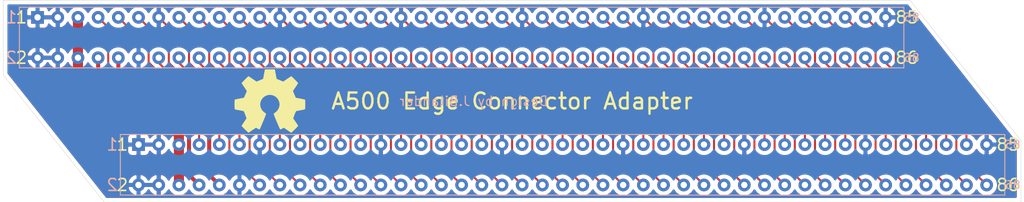
<source format=kicad_pcb>
(kicad_pcb (version 20171130) (host pcbnew "(5.1.6-0)")
  (layers (0 F.Cu signal) (31 B.Cu signal) (34 B.Paste user) (35 F.Paste user) (36 B.SilkS user) (37 F.SilkS user) (38 B.Mask user) (39 F.Mask user) (44 Edge.Cuts user))
  (net 0 "")
  (net 1 GND)
  (net 2 IPL1)
  (net 3 IPL0)
  (net 4 +5VDC)
  (net 5 A12)
  (net 6 A11)
  (net 7 A10)
  (net 8 CFGOUT)
  (net 9 A9)
  (net 10 A8)
  (net 11 CDAC)
  (net 12 A7)
  (net 13 OVR)
  (net 14 A3)
  (net 15 INT2)
  (net 16 A4)
  (net 17 A5)
  (net 18 INT6)
  (net 19 A6)
  (net 20 BOSS)
  (net 21 XRDY)
  (net 22 A2)
  (net 23 A1)
  (net 24 FC0)
  (net 25 FC1)
  (net 26 +12VDC)
  (net 27 FC2)
  (net 28 A13)
  (net 29 A14)
  (net 30 A15)
  (net 31 A16)
  (net 32 D4)
  (net 33 A17)
  (net 34 D3)
  (net 35 D2)
  (net 36 VMA)
  (net 37 D1)
  (net 38 RST)
  (net 39 D0)
  (net 40 HLT)
  (net 41 A22)
  (net 42 D11)
  (net 43 A23)
  (net 44 D12)
  (net 45 D13)
  (net 46 D15)
  (net 47 D14)
  (net 48 IPL2)
  (net 49 D5)
  (net 50 BERR)
  (net 51 D6)
  (net 52 VPA)
  (net 53 D7)
  (net 54 E)
  (net 55 D8)
  (net 56 A18)
  (net 57 D9)
  (net 58 A19)
  (net 59 D10)
  (net 60 A20)
  (net 61 AS)
  (net 62 A21)
  (net 63 UDS)
  (net 64 BR)
  (net 65 LDS)
  (net 66 BGACK)
  (net 67 RW)
  (net 68 BG)
  (net 69 DTACK)
  (net 70 -12VDC)
  (net 71 CLK7M)
  (net 72 CLK28M)
  (net 73 CCK)
  (net 74 CCKQ)
  (module A500_86pin_internal_adapter:DIP-86_even_odd_W5.08mm (layer F.Cu) (at 200.358 80.32 90)
    (fp_text reference J2 hide)
    (fp_text value Conn_2Rows-86Pins_even_odd hide)
    (pad 66 thru_hole oval (at -2.54 27.94 90) (size 1.6 1.6) (drill 0.8) (layers *.Cu *.Mask) (net 69 DTACK))
    (pad 64 thru_hole oval (at -2.54 25.4 90) (size 1.6 1.6) (drill 0.8) (layers *.Cu *.Mask) (net 68 BG))
    (pad 68 thru_hole oval (at -2.54 30.48 90) (size 1.6 1.6) (drill 0.8) (layers *.Cu *.Mask) (net 67 RW))
    (pad 62 thru_hole oval (at -2.54 22.86 90) (size 1.6 1.6) (drill 0.8) (layers *.Cu *.Mask) (net 66 BGACK))
    (pad 70 thru_hole oval (at -2.54 33.02 90) (size 1.6 1.6) (drill 0.8) (layers *.Cu *.Mask) (net 65 LDS))
    (pad 60 thru_hole oval (at -2.54 20.32 90) (size 1.6 1.6) (drill 0.8) (layers *.Cu *.Mask) (net 64 BR))
    (pad 72 thru_hole oval (at -2.54 35.56 90) (size 1.6 1.6) (drill 0.8) (layers *.Cu *.Mask) (net 63 UDS))
    (pad 58 thru_hole oval (at -2.54 17.78 90) (size 1.6 1.6) (drill 0.8) (layers *.Cu *.Mask) (net 62 A21))
    (pad 74 thru_hole oval (at -2.54 38.1 90) (size 1.6 1.6) (drill 0.8) (layers *.Cu *.Mask) (net 61 AS))
    (pad 56 thru_hole oval (at -2.54 15.24 90) (size 1.6 1.6) (drill 0.8) (layers *.Cu *.Mask) (net 60 A20))
    (pad 76 thru_hole oval (at -2.54 40.64 90) (size 1.6 1.6) (drill 0.8) (layers *.Cu *.Mask) (net 59 D10))
    (pad 54 thru_hole oval (at -2.54 12.7 90) (size 1.6 1.6) (drill 0.8) (layers *.Cu *.Mask) (net 58 A19))
    (pad 78 thru_hole oval (at -2.54 43.18 90) (size 1.6 1.6) (drill 0.8) (layers *.Cu *.Mask) (net 57 D9))
    (pad 52 thru_hole oval (at -2.54 10.16 90) (size 1.6 1.6) (drill 0.8) (layers *.Cu *.Mask) (net 56 A18))
    (pad 80 thru_hole oval (at -2.54 45.72 90) (size 1.6 1.6) (drill 0.8) (layers *.Cu *.Mask) (net 55 D8))
    (pad 50 thru_hole oval (at -2.54 7.62 90) (size 1.6 1.6) (drill 0.8) (layers *.Cu *.Mask) (net 54 E))
    (pad 82 thru_hole oval (at -2.54 48.26 90) (size 1.6 1.6) (drill 0.8) (layers *.Cu *.Mask) (net 53 D7))
    (pad 48 thru_hole oval (at -2.54 5.08 90) (size 1.6 1.6) (drill 0.8) (layers *.Cu *.Mask) (net 52 VPA))
    (pad 84 thru_hole oval (at -2.54 50.8 90) (size 1.6 1.6) (drill 0.8) (layers *.Cu *.Mask) (net 51 D6))
    (pad 46 thru_hole oval (at -2.54 2.54 90) (size 1.6 1.6) (drill 0.8) (layers *.Cu *.Mask) (net 50 BERR))
    (pad 86 thru_hole oval (at -2.54 53.34 90) (size 1.6 1.6) (drill 0.8) (layers *.Cu *.Mask) (net 49 D5))
    (pad 44 thru_hole oval (at -2.54 0 90) (size 1.6 1.6) (drill 0.8) (layers *.Cu *.Mask) (net 48 IPL2))
    (pad 65 thru_hole oval (at 2.54 27.94 90) (size 1.6 1.6) (drill 0.8) (layers *.Cu *.Mask) (net 47 D14))
    (pad 63 thru_hole oval (at 2.54 25.4 90) (size 1.6 1.6) (drill 0.8) (layers *.Cu *.Mask) (net 46 D15))
    (pad 67 thru_hole oval (at 2.54 30.48 90) (size 1.6 1.6) (drill 0.8) (layers *.Cu *.Mask) (net 45 D13))
    (pad 61 thru_hole oval (at 2.54 22.86 90) (size 1.6 1.6) (drill 0.8) (layers *.Cu *.Mask) (net 1 GND))
    (pad 69 thru_hole oval (at 2.54 33.02 90) (size 1.6 1.6) (drill 0.8) (layers *.Cu *.Mask) (net 44 D12))
    (pad 59 thru_hole oval (at 2.54 20.32 90) (size 1.6 1.6) (drill 0.8) (layers *.Cu *.Mask) (net 43 A23))
    (pad 71 thru_hole oval (at 2.54 35.56 90) (size 1.6 1.6) (drill 0.8) (layers *.Cu *.Mask) (net 42 D11))
    (pad 57 thru_hole oval (at 2.54 17.78 90) (size 1.6 1.6) (drill 0.8) (layers *.Cu *.Mask) (net 41 A22))
    (pad 73 thru_hole oval (at 2.54 38.1 90) (size 1.6 1.6) (drill 0.8) (layers *.Cu *.Mask) (net 1 GND))
    (pad 55 thru_hole oval (at 2.54 15.24 90) (size 1.6 1.6) (drill 0.8) (layers *.Cu *.Mask) (net 40 HLT))
    (pad 75 thru_hole oval (at 2.54 40.64 90) (size 1.6 1.6) (drill 0.8) (layers *.Cu *.Mask) (net 39 D0))
    (pad 53 thru_hole oval (at 2.54 12.7 90) (size 1.6 1.6) (drill 0.8) (layers *.Cu *.Mask) (net 38 RST))
    (pad 77 thru_hole oval (at 2.54 43.18 90) (size 1.6 1.6) (drill 0.8) (layers *.Cu *.Mask) (net 37 D1))
    (pad 51 thru_hole oval (at 2.54 10.16 90) (size 1.6 1.6) (drill 0.8) (layers *.Cu *.Mask) (net 36 VMA))
    (pad 79 thru_hole oval (at 2.54 45.72 90) (size 1.6 1.6) (drill 0.8) (layers *.Cu *.Mask) (net 35 D2))
    (pad 49 thru_hole oval (at 2.54 7.62 90) (size 1.6 1.6) (drill 0.8) (layers *.Cu *.Mask) (net 1 GND))
    (pad 81 thru_hole oval (at 2.54 48.26 90) (size 1.6 1.6) (drill 0.8) (layers *.Cu *.Mask) (net 34 D3))
    (pad 47 thru_hole oval (at 2.54 5.08 90) (size 1.6 1.6) (drill 0.8) (layers *.Cu *.Mask) (net 33 A17))
    (pad 83 thru_hole oval (at 2.54 50.8 90) (size 1.6 1.6) (drill 0.8) (layers *.Cu *.Mask) (net 32 D4))
    (pad 45 thru_hole oval (at 2.54 2.54 90) (size 1.6 1.6) (drill 0.8) (layers *.Cu *.Mask) (net 31 A16))
    (pad 85 thru_hole oval (at 2.54 53.34 90) (size 1.6 1.6) (drill 0.8) (layers *.Cu *.Mask) (net 1 GND))
    (pad 43 thru_hole oval (at 2.54 0 90) (size 1.6 1.6) (drill 0.8) (layers *.Cu *.Mask) (net 30 A15))
    (pad 2 thru_hole oval (at -2.54 -53.34 90) (size 1.6 1.6) (drill 0.8) (layers *.Cu *.Mask) (net 1 GND))
    (pad 41 thru_hole oval (at 2.54 -2.54 90) (size 1.6 1.6) (drill 0.8) (layers *.Cu *.Mask) (net 29 A14))
    (pad 4 thru_hole oval (at -2.54 -50.8 90) (size 1.6 1.6) (drill 0.8) (layers *.Cu *.Mask) (net 1 GND))
    (pad 39 thru_hole oval (at 2.54 -5.08 90) (size 1.6 1.6) (drill 0.8) (layers *.Cu *.Mask) (net 28 A13))
    (pad 6 thru_hole oval (at -2.54 -48.26 90) (size 1.6 1.6) (drill 0.8) (layers *.Cu *.Mask) (net 4 +5VDC))
    (pad 37 thru_hole oval (at 2.54 -7.62 90) (size 1.6 1.6) (drill 0.8) (layers *.Cu *.Mask) (net 1 GND))
    (pad 8 thru_hole oval (at -2.54 -45.72 90) (size 1.6 1.6) (drill 0.8) (layers *.Cu *.Mask) (net 70 -12VDC))
    (pad 35 thru_hole oval (at 2.54 -10.16 90) (size 1.6 1.6) (drill 0.8) (layers *.Cu *.Mask) (net 27 FC2))
    (pad 10 thru_hole oval (at -2.54 -43.18 90) (size 1.6 1.6) (drill 0.8) (layers *.Cu *.Mask) (net 26 +12VDC))
    (pad 33 thru_hole oval (at 2.54 -12.7 90) (size 1.6 1.6) (drill 0.8) (layers *.Cu *.Mask) (net 25 FC1))
    (pad 12 thru_hole oval (at -2.54 -40.64 90) (size 1.6 1.6) (drill 0.8) (layers *.Cu *.Mask) (net 1 GND))
    (pad 31 thru_hole oval (at 2.54 -15.24 90) (size 1.6 1.6) (drill 0.8) (layers *.Cu *.Mask) (net 24 FC0))
    (pad 14 thru_hole oval (at -2.54 -38.1 90) (size 1.6 1.6) (drill 0.8) (layers *.Cu *.Mask) (net 74 CCKQ))
    (pad 29 thru_hole oval (at 2.54 -17.78 90) (size 1.6 1.6) (drill 0.8) (layers *.Cu *.Mask) (net 23 A1))
    (pad 16 thru_hole oval (at -2.54 -35.56 90) (size 1.6 1.6) (drill 0.8) (layers *.Cu *.Mask) (net 73 CCK))
    (pad 27 thru_hole oval (at 2.54 -20.32 90) (size 1.6 1.6) (drill 0.8) (layers *.Cu *.Mask) (net 22 A2))
    (pad 18 thru_hole oval (at -2.54 -33.02 90) (size 1.6 1.6) (drill 0.8) (layers *.Cu *.Mask) (net 21 XRDY))
    (pad 25 thru_hole oval (at 2.54 -22.86 90) (size 1.6 1.6) (drill 0.8) (layers *.Cu *.Mask) (net 1 GND))
    (pad 20 thru_hole oval (at -2.54 -30.48 90) (size 1.6 1.6) (drill 0.8) (layers *.Cu *.Mask) (net 20 BOSS))
    (pad 23 thru_hole oval (at 2.54 -25.4 90) (size 1.6 1.6) (drill 0.8) (layers *.Cu *.Mask) (net 19 A6))
    (pad 22 thru_hole oval (at -2.54 -27.94 90) (size 1.6 1.6) (drill 0.8) (layers *.Cu *.Mask) (net 18 INT6))
    (pad 21 thru_hole oval (at 2.54 -27.94 90) (size 1.6 1.6) (drill 0.8) (layers *.Cu *.Mask) (net 17 A5))
    (pad 24 thru_hole oval (at -2.54 -25.4 90) (size 1.6 1.6) (drill 0.8) (layers *.Cu *.Mask) (net 16 A4))
    (pad 19 thru_hole oval (at 2.54 -30.48 90) (size 1.6 1.6) (drill 0.8) (layers *.Cu *.Mask) (net 15 INT2))
    (pad 26 thru_hole oval (at -2.54 -22.86 90) (size 1.6 1.6) (drill 0.8) (layers *.Cu *.Mask) (net 14 A3))
    (pad 17 thru_hole oval (at 2.54 -33.02 90) (size 1.6 1.6) (drill 0.8) (layers *.Cu *.Mask) (net 13 OVR))
    (pad 28 thru_hole oval (at -2.54 -20.32 90) (size 1.6 1.6) (drill 0.8) (layers *.Cu *.Mask) (net 12 A7))
    (pad 15 thru_hole oval (at 2.54 -35.56 90) (size 1.6 1.6) (drill 0.8) (layers *.Cu *.Mask) (net 11 CDAC))
    (pad 30 thru_hole oval (at -2.54 -17.78 90) (size 1.6 1.6) (drill 0.8) (layers *.Cu *.Mask) (net 10 A8))
    (pad 13 thru_hole oval (at 2.54 -38.1 90) (size 1.6 1.6) (drill 0.8) (layers *.Cu *.Mask) (net 1 GND))
    (pad 32 thru_hole oval (at -2.54 -15.24 90) (size 1.6 1.6) (drill 0.8) (layers *.Cu *.Mask) (net 9 A9))
    (pad 11 thru_hole oval (at 2.54 -40.64 90) (size 1.6 1.6) (drill 0.8) (layers *.Cu *.Mask) (net 8 CFGOUT))
    (pad 34 thru_hole oval (at -2.54 -12.7 90) (size 1.6 1.6) (drill 0.8) (layers *.Cu *.Mask) (net 7 A10))
    (pad 9 thru_hole oval (at 2.54 -43.18 90) (size 1.6 1.6) (drill 0.8) (layers *.Cu *.Mask) (net 72 CLK28M))
    (pad 36 thru_hole oval (at -2.54 -10.16 90) (size 1.6 1.6) (drill 0.8) (layers *.Cu *.Mask) (net 6 A11))
    (pad 7 thru_hole oval (at 2.54 -45.72 90) (size 1.6 1.6) (drill 0.8) (layers *.Cu *.Mask) (net 71 CLK7M))
    (pad 38 thru_hole oval (at -2.54 -7.62 90) (size 1.6 1.6) (drill 0.8) (layers *.Cu *.Mask) (net 5 A12))
    (pad 5 thru_hole oval (at 2.54 -48.26 90) (size 1.6 1.6) (drill 0.8) (layers *.Cu *.Mask) (net 4 +5VDC))
    (pad 40 thru_hole oval (at -2.54 -5.08 90) (size 1.6 1.6) (drill 0.8) (layers *.Cu *.Mask) (net 3 IPL0))
    (pad 3 thru_hole oval (at 2.54 -50.8 90) (size 1.6 1.6) (drill 0.8) (layers *.Cu *.Mask) (net 1 GND))
    (pad 42 thru_hole oval (at -2.54 -2.54 90) (size 1.6 1.6) (drill 0.8) (layers *.Cu *.Mask) (net 2 IPL1))
    (pad 1 thru_hole rect (at 2.54 -53.34 90) (size 1.6 1.6) (drill 0.8) (layers *.Cu *.Mask) (net 1 GND))
  )
  (module A500_86pin_internal_adapter:DIP-86_even_odd_W5.08mm (layer F.Cu) (at 187.658 64.318 90)
    (fp_text reference J1 hide)
    (fp_text value Conn_2Rows-86Pins_even_odd hide)
    (pad 66 thru_hole oval (at -2.54 27.94 90) (size 1.6 1.6) (drill 0.8) (layers *.Cu *.Mask) (net 69 DTACK))
    (pad 64 thru_hole oval (at -2.54 25.4 90) (size 1.6 1.6) (drill 0.8) (layers *.Cu *.Mask) (net 68 BG))
    (pad 68 thru_hole oval (at -2.54 30.48 90) (size 1.6 1.6) (drill 0.8) (layers *.Cu *.Mask) (net 67 RW))
    (pad 62 thru_hole oval (at -2.54 22.86 90) (size 1.6 1.6) (drill 0.8) (layers *.Cu *.Mask) (net 66 BGACK))
    (pad 70 thru_hole oval (at -2.54 33.02 90) (size 1.6 1.6) (drill 0.8) (layers *.Cu *.Mask) (net 65 LDS))
    (pad 60 thru_hole oval (at -2.54 20.32 90) (size 1.6 1.6) (drill 0.8) (layers *.Cu *.Mask) (net 64 BR))
    (pad 72 thru_hole oval (at -2.54 35.56 90) (size 1.6 1.6) (drill 0.8) (layers *.Cu *.Mask) (net 63 UDS))
    (pad 58 thru_hole oval (at -2.54 17.78 90) (size 1.6 1.6) (drill 0.8) (layers *.Cu *.Mask) (net 62 A21))
    (pad 74 thru_hole oval (at -2.54 38.1 90) (size 1.6 1.6) (drill 0.8) (layers *.Cu *.Mask) (net 61 AS))
    (pad 56 thru_hole oval (at -2.54 15.24 90) (size 1.6 1.6) (drill 0.8) (layers *.Cu *.Mask) (net 60 A20))
    (pad 76 thru_hole oval (at -2.54 40.64 90) (size 1.6 1.6) (drill 0.8) (layers *.Cu *.Mask) (net 59 D10))
    (pad 54 thru_hole oval (at -2.54 12.7 90) (size 1.6 1.6) (drill 0.8) (layers *.Cu *.Mask) (net 58 A19))
    (pad 78 thru_hole oval (at -2.54 43.18 90) (size 1.6 1.6) (drill 0.8) (layers *.Cu *.Mask) (net 57 D9))
    (pad 52 thru_hole oval (at -2.54 10.16 90) (size 1.6 1.6) (drill 0.8) (layers *.Cu *.Mask) (net 56 A18))
    (pad 80 thru_hole oval (at -2.54 45.72 90) (size 1.6 1.6) (drill 0.8) (layers *.Cu *.Mask) (net 55 D8))
    (pad 50 thru_hole oval (at -2.54 7.62 90) (size 1.6 1.6) (drill 0.8) (layers *.Cu *.Mask) (net 54 E))
    (pad 82 thru_hole oval (at -2.54 48.26 90) (size 1.6 1.6) (drill 0.8) (layers *.Cu *.Mask) (net 53 D7))
    (pad 48 thru_hole oval (at -2.54 5.08 90) (size 1.6 1.6) (drill 0.8) (layers *.Cu *.Mask) (net 52 VPA))
    (pad 84 thru_hole oval (at -2.54 50.8 90) (size 1.6 1.6) (drill 0.8) (layers *.Cu *.Mask) (net 51 D6))
    (pad 46 thru_hole oval (at -2.54 2.54 90) (size 1.6 1.6) (drill 0.8) (layers *.Cu *.Mask) (net 50 BERR))
    (pad 86 thru_hole oval (at -2.54 53.34 90) (size 1.6 1.6) (drill 0.8) (layers *.Cu *.Mask) (net 49 D5))
    (pad 44 thru_hole oval (at -2.54 0 90) (size 1.6 1.6) (drill 0.8) (layers *.Cu *.Mask) (net 48 IPL2))
    (pad 65 thru_hole oval (at 2.54 27.94 90) (size 1.6 1.6) (drill 0.8) (layers *.Cu *.Mask) (net 47 D14))
    (pad 63 thru_hole oval (at 2.54 25.4 90) (size 1.6 1.6) (drill 0.8) (layers *.Cu *.Mask) (net 46 D15))
    (pad 67 thru_hole oval (at 2.54 30.48 90) (size 1.6 1.6) (drill 0.8) (layers *.Cu *.Mask) (net 45 D13))
    (pad 61 thru_hole oval (at 2.54 22.86 90) (size 1.6 1.6) (drill 0.8) (layers *.Cu *.Mask) (net 1 GND))
    (pad 69 thru_hole oval (at 2.54 33.02 90) (size 1.6 1.6) (drill 0.8) (layers *.Cu *.Mask) (net 44 D12))
    (pad 59 thru_hole oval (at 2.54 20.32 90) (size 1.6 1.6) (drill 0.8) (layers *.Cu *.Mask) (net 43 A23))
    (pad 71 thru_hole oval (at 2.54 35.56 90) (size 1.6 1.6) (drill 0.8) (layers *.Cu *.Mask) (net 42 D11))
    (pad 57 thru_hole oval (at 2.54 17.78 90) (size 1.6 1.6) (drill 0.8) (layers *.Cu *.Mask) (net 41 A22))
    (pad 73 thru_hole oval (at 2.54 38.1 90) (size 1.6 1.6) (drill 0.8) (layers *.Cu *.Mask) (net 1 GND))
    (pad 55 thru_hole oval (at 2.54 15.24 90) (size 1.6 1.6) (drill 0.8) (layers *.Cu *.Mask) (net 40 HLT))
    (pad 75 thru_hole oval (at 2.54 40.64 90) (size 1.6 1.6) (drill 0.8) (layers *.Cu *.Mask) (net 39 D0))
    (pad 53 thru_hole oval (at 2.54 12.7 90) (size 1.6 1.6) (drill 0.8) (layers *.Cu *.Mask) (net 38 RST))
    (pad 77 thru_hole oval (at 2.54 43.18 90) (size 1.6 1.6) (drill 0.8) (layers *.Cu *.Mask) (net 37 D1))
    (pad 51 thru_hole oval (at 2.54 10.16 90) (size 1.6 1.6) (drill 0.8) (layers *.Cu *.Mask) (net 36 VMA))
    (pad 79 thru_hole oval (at 2.54 45.72 90) (size 1.6 1.6) (drill 0.8) (layers *.Cu *.Mask) (net 35 D2))
    (pad 49 thru_hole oval (at 2.54 7.62 90) (size 1.6 1.6) (drill 0.8) (layers *.Cu *.Mask) (net 1 GND))
    (pad 81 thru_hole oval (at 2.54 48.26 90) (size 1.6 1.6) (drill 0.8) (layers *.Cu *.Mask) (net 34 D3))
    (pad 47 thru_hole oval (at 2.54 5.08 90) (size 1.6 1.6) (drill 0.8) (layers *.Cu *.Mask) (net 33 A17))
    (pad 83 thru_hole oval (at 2.54 50.8 90) (size 1.6 1.6) (drill 0.8) (layers *.Cu *.Mask) (net 32 D4))
    (pad 45 thru_hole oval (at 2.54 2.54 90) (size 1.6 1.6) (drill 0.8) (layers *.Cu *.Mask) (net 31 A16))
    (pad 85 thru_hole oval (at 2.54 53.34 90) (size 1.6 1.6) (drill 0.8) (layers *.Cu *.Mask) (net 1 GND))
    (pad 43 thru_hole oval (at 2.54 0 90) (size 1.6 1.6) (drill 0.8) (layers *.Cu *.Mask) (net 30 A15))
    (pad 2 thru_hole oval (at -2.54 -53.34 90) (size 1.6 1.6) (drill 0.8) (layers *.Cu *.Mask) (net 1 GND))
    (pad 41 thru_hole oval (at 2.54 -2.54 90) (size 1.6 1.6) (drill 0.8) (layers *.Cu *.Mask) (net 29 A14))
    (pad 4 thru_hole oval (at -2.54 -50.8 90) (size 1.6 1.6) (drill 0.8) (layers *.Cu *.Mask) (net 1 GND))
    (pad 39 thru_hole oval (at 2.54 -5.08 90) (size 1.6 1.6) (drill 0.8) (layers *.Cu *.Mask) (net 28 A13))
    (pad 6 thru_hole oval (at -2.54 -48.26 90) (size 1.6 1.6) (drill 0.8) (layers *.Cu *.Mask) (net 4 +5VDC))
    (pad 37 thru_hole oval (at 2.54 -7.62 90) (size 1.6 1.6) (drill 0.8) (layers *.Cu *.Mask) (net 1 GND))
    (pad 8 thru_hole oval (at -2.54 -45.72 90) (size 1.6 1.6) (drill 0.8) (layers *.Cu *.Mask) (net 70 -12VDC))
    (pad 35 thru_hole oval (at 2.54 -10.16 90) (size 1.6 1.6) (drill 0.8) (layers *.Cu *.Mask) (net 27 FC2))
    (pad 10 thru_hole oval (at -2.54 -43.18 90) (size 1.6 1.6) (drill 0.8) (layers *.Cu *.Mask) (net 26 +12VDC))
    (pad 33 thru_hole oval (at 2.54 -12.7 90) (size 1.6 1.6) (drill 0.8) (layers *.Cu *.Mask) (net 25 FC1))
    (pad 12 thru_hole oval (at -2.54 -40.64 90) (size 1.6 1.6) (drill 0.8) (layers *.Cu *.Mask) (net 1 GND))
    (pad 31 thru_hole oval (at 2.54 -15.24 90) (size 1.6 1.6) (drill 0.8) (layers *.Cu *.Mask) (net 24 FC0))
    (pad 14 thru_hole oval (at -2.54 -38.1 90) (size 1.6 1.6) (drill 0.8) (layers *.Cu *.Mask) (net 74 CCKQ))
    (pad 29 thru_hole oval (at 2.54 -17.78 90) (size 1.6 1.6) (drill 0.8) (layers *.Cu *.Mask) (net 23 A1))
    (pad 16 thru_hole oval (at -2.54 -35.56 90) (size 1.6 1.6) (drill 0.8) (layers *.Cu *.Mask) (net 73 CCK))
    (pad 27 thru_hole oval (at 2.54 -20.32 90) (size 1.6 1.6) (drill 0.8) (layers *.Cu *.Mask) (net 22 A2))
    (pad 18 thru_hole oval (at -2.54 -33.02 90) (size 1.6 1.6) (drill 0.8) (layers *.Cu *.Mask) (net 21 XRDY))
    (pad 25 thru_hole oval (at 2.54 -22.86 90) (size 1.6 1.6) (drill 0.8) (layers *.Cu *.Mask) (net 1 GND))
    (pad 20 thru_hole oval (at -2.54 -30.48 90) (size 1.6 1.6) (drill 0.8) (layers *.Cu *.Mask) (net 20 BOSS))
    (pad 23 thru_hole oval (at 2.54 -25.4 90) (size 1.6 1.6) (drill 0.8) (layers *.Cu *.Mask) (net 19 A6))
    (pad 22 thru_hole oval (at -2.54 -27.94 90) (size 1.6 1.6) (drill 0.8) (layers *.Cu *.Mask) (net 18 INT6))
    (pad 21 thru_hole oval (at 2.54 -27.94 90) (size 1.6 1.6) (drill 0.8) (layers *.Cu *.Mask) (net 17 A5))
    (pad 24 thru_hole oval (at -2.54 -25.4 90) (size 1.6 1.6) (drill 0.8) (layers *.Cu *.Mask) (net 16 A4))
    (pad 19 thru_hole oval (at 2.54 -30.48 90) (size 1.6 1.6) (drill 0.8) (layers *.Cu *.Mask) (net 15 INT2))
    (pad 26 thru_hole oval (at -2.54 -22.86 90) (size 1.6 1.6) (drill 0.8) (layers *.Cu *.Mask) (net 14 A3))
    (pad 17 thru_hole oval (at 2.54 -33.02 90) (size 1.6 1.6) (drill 0.8) (layers *.Cu *.Mask) (net 13 OVR))
    (pad 28 thru_hole oval (at -2.54 -20.32 90) (size 1.6 1.6) (drill 0.8) (layers *.Cu *.Mask) (net 12 A7))
    (pad 15 thru_hole oval (at 2.54 -35.56 90) (size 1.6 1.6) (drill 0.8) (layers *.Cu *.Mask) (net 11 CDAC))
    (pad 30 thru_hole oval (at -2.54 -17.78 90) (size 1.6 1.6) (drill 0.8) (layers *.Cu *.Mask) (net 10 A8))
    (pad 13 thru_hole oval (at 2.54 -38.1 90) (size 1.6 1.6) (drill 0.8) (layers *.Cu *.Mask) (net 1 GND))
    (pad 32 thru_hole oval (at -2.54 -15.24 90) (size 1.6 1.6) (drill 0.8) (layers *.Cu *.Mask) (net 9 A9))
    (pad 11 thru_hole oval (at 2.54 -40.64 90) (size 1.6 1.6) (drill 0.8) (layers *.Cu *.Mask) (net 8 CFGOUT))
    (pad 34 thru_hole oval (at -2.54 -12.7 90) (size 1.6 1.6) (drill 0.8) (layers *.Cu *.Mask) (net 7 A10))
    (pad 9 thru_hole oval (at 2.54 -43.18 90) (size 1.6 1.6) (drill 0.8) (layers *.Cu *.Mask) (net 72 CLK28M))
    (pad 36 thru_hole oval (at -2.54 -10.16 90) (size 1.6 1.6) (drill 0.8) (layers *.Cu *.Mask) (net 6 A11))
    (pad 7 thru_hole oval (at 2.54 -45.72 90) (size 1.6 1.6) (drill 0.8) (layers *.Cu *.Mask) (net 71 CLK7M))
    (pad 38 thru_hole oval (at -2.54 -7.62 90) (size 1.6 1.6) (drill 0.8) (layers *.Cu *.Mask) (net 5 A12))
    (pad 5 thru_hole oval (at 2.54 -48.26 90) (size 1.6 1.6) (drill 0.8) (layers *.Cu *.Mask) (net 4 +5VDC))
    (pad 40 thru_hole oval (at -2.54 -5.08 90) (size 1.6 1.6) (drill 0.8) (layers *.Cu *.Mask) (net 3 IPL0))
    (pad 3 thru_hole oval (at 2.54 -50.8 90) (size 1.6 1.6) (drill 0.8) (layers *.Cu *.Mask) (net 1 GND))
    (pad 42 thru_hole oval (at -2.54 -2.54 90) (size 1.6 1.6) (drill 0.8) (layers *.Cu *.Mask) (net 2 IPL1))
    (pad 1 thru_hole rect (at 2.54 -53.34 90) (size 1.6 1.6) (drill 0.8) (layers *.Cu *.Mask) (net 1 GND))
  )
  (module Symbol:OSHW-Symbol_8.9x8mm_SilkScreen (layer F.Cu) (at 163.528 72.319)
    (fp_text reference REF** hide)
    (fp_text value OSHW-Symbol_8.9x8mm_SilkScreen hide)
  )
  (gr_text "Design by J.Bilander" (at 189.182 72.319) (layer B.SilkS) (effects (font (size 1.2 1.2)) (justify mirror)))
  (gr_text "A500 Edge Connector Adapter" (at 194.008 72.319) (layer F.SilkS) (effects (font (size 2 2) (thickness 0.3))))
  (gr_text 85 (at 257 77.78) (layer B.SilkS) (effects (font (size 1 1)) (justify mirror)))
  (gr_text 86 (at 257 82.86) (layer B.SilkS) (effects (font (size 1 1)) (justify mirror)))
  (gr_text 86 (at 244.3 66.858) (layer B.SilkS) (effects (font (size 1 1)) (justify mirror)))
  (gr_text 85 (at 244.3 61.778) (layer B.SilkS) (effects (font (size 1 1)) (justify mirror)))
  (gr_text 2 (at 143.716 82.86) (layer B.SilkS) (effects (font (size 1.5 1.5) (thickness 0.2)) (justify mirror)))
  (gr_text 1 (at 143.716 77.78) (layer B.SilkS) (effects (font (size 1.5 1.5) (thickness 0.2)) (justify mirror)))
  (gr_text 2 (at 131.016 66.858) (layer B.SilkS) (effects (font (size 1.5 1.5) (thickness 0.2)) (justify mirror)))
  (gr_text 1 (at 131.016 61.778) (layer B.SilkS) (effects (font (size 1.5 1.5) (thickness 0.2)) (justify mirror)))
  (gr_text 85 (at 256.365 77.78) (layer F.SilkS) (effects (font (size 1.5 1.5) (thickness 0.2))))
  (gr_text 86 (at 256.365 82.86) (layer F.SilkS) (effects (font (size 1.5 1.5) (thickness 0.2))))
  (gr_text 86 (at 243.665 66.858) (layer F.SilkS) (effects (font (size 1.5 1.5) (thickness 0.2))))
  (gr_text 85 (at 243.665 61.778) (layer F.SilkS) (effects (font (size 1.5 1.5) (thickness 0.2))))
  (gr_text 2 (at 132.286 66.858) (layer F.SilkS) (effects (font (size 1.5 1.5) (thickness 0.2))))
  (gr_text 2 (at 144.986 82.86) (layer F.SilkS) (effects (font (size 1.5 1.5) (thickness 0.2))))
  (gr_text 1 (at 144.986 77.78) (layer F.SilkS) (effects (font (size 1.5 1.5) (thickness 0.2))))
  (gr_text 1 (at 132.286 61.778) (layer F.SilkS) (effects (font (size 1.5 1.5) (thickness 0.2))))
  (gr_line (start 255.984 76.51) (end 255.984 84.13) (layer B.SilkS) (width 0.12))
  (gr_line (start 144.732 84.13) (end 144.732 76.51) (layer B.SilkS) (width 0.12))
  (gr_line (start 255.984 84.13) (end 144.732 84.13) (layer B.SilkS) (width 0.12))
  (gr_line (start 144.732 76.51) (end 255.984 76.51) (layer B.SilkS) (width 0.12))
  (gr_line (start 132.032 68.128) (end 132.032 60.508) (layer B.SilkS) (width 0.12))
  (gr_line (start 243.284 68.128) (end 132.032 68.128) (layer B.SilkS) (width 0.12))
  (gr_line (start 243.284 60.508) (end 243.284 68.128) (layer B.SilkS) (width 0.12))
  (gr_line (start 132.032 60.508) (end 243.284 60.508) (layer B.SilkS) (width 0.12))
  (gr_line (start 244.046 59.619) (end 258.016 77.272) (layer Edge.Cuts) (width 0.05))
  (gr_line (start 130 69.017) (end 142.7 85.019) (layer Edge.Cuts) (width 0.05))
  (gr_line (start 130 69.017) (end 130 59.619) (layer Edge.Cuts) (width 0.05))
  (gr_line (start 258.016 85.019) (end 142.7 85.019) (layer Edge.Cuts) (width 0.05))
  (gr_line (start 258.016 77.272) (end 258.016 85.019) (layer Edge.Cuts) (width 0.05))
  (gr_line (start 130 59.619) (end 244.046 59.619) (layer Edge.Cuts) (width 0.05))
  (segment (start 177.498 76.383) (end 177.498 77.78) (width 0.254) (layer F.Cu) (net 1))
  (segment (start 168.608 65.588) (end 168.608 67.493) (width 0.254) (layer F.Cu) (net 1))
  (segment (start 168.608 67.493) (end 177.498 76.383) (width 0.254) (layer F.Cu) (net 1))
  (segment (start 164.798 61.778) (end 168.608 65.588) (width 0.254) (layer F.Cu) (net 1))
  (segment (start 192.738 76.383) (end 192.738 77.78) (width 0.254) (layer F.Cu) (net 1))
  (segment (start 183.848 67.493) (end 192.738 76.383) (width 0.254) (layer F.Cu) (net 1))
  (segment (start 183.848 65.588) (end 183.848 67.493) (width 0.254) (layer F.Cu) (net 1))
  (segment (start 180.038 61.778) (end 183.848 65.588) (width 0.254) (layer F.Cu) (net 1))
  (segment (start 199.088 67.493) (end 207.978 76.383) (width 0.254) (layer F.Cu) (net 1))
  (segment (start 199.088 65.588) (end 199.088 67.493) (width 0.254) (layer F.Cu) (net 1))
  (segment (start 207.978 76.383) (end 207.978 77.78) (width 0.254) (layer F.Cu) (net 1))
  (segment (start 195.278 61.778) (end 199.088 65.588) (width 0.254) (layer F.Cu) (net 1))
  (segment (start 223.218 76.383) (end 223.218 77.78) (width 0.254) (layer F.Cu) (net 1))
  (segment (start 214.328 67.493) (end 223.218 76.383) (width 0.254) (layer F.Cu) (net 1))
  (segment (start 214.328 65.588) (end 214.328 67.493) (width 0.254) (layer F.Cu) (net 1))
  (segment (start 210.518 61.778) (end 214.328 65.588) (width 0.254) (layer F.Cu) (net 1))
  (segment (start 238.458 76.383) (end 238.458 77.78) (width 0.254) (layer F.Cu) (net 1))
  (segment (start 229.568 65.588) (end 229.568 67.493) (width 0.254) (layer F.Cu) (net 1))
  (segment (start 229.568 67.493) (end 238.458 76.383) (width 0.254) (layer F.Cu) (net 1))
  (segment (start 225.758 61.778) (end 229.568 65.588) (width 0.254) (layer F.Cu) (net 1))
  (segment (start 162.258 76.383) (end 162.258 77.78) (width 0.254) (layer F.Cu) (net 1))
  (segment (start 153.368 67.493) (end 162.258 76.383) (width 0.254) (layer F.Cu) (net 1))
  (segment (start 153.368 65.588) (end 153.368 67.493) (width 0.254) (layer F.Cu) (net 1))
  (segment (start 149.558 61.778) (end 153.368 65.588) (width 0.254) (layer F.Cu) (net 1))
  (segment (start 185.118 67.493) (end 185.118 66.858) (width 0.254) (layer F.Cu) (net 2))
  (segment (start 194.008 76.383) (end 185.118 67.493) (width 0.254) (layer F.Cu) (net 2))
  (segment (start 194.008 79.05) (end 194.008 76.383) (width 0.254) (layer F.Cu) (net 2))
  (segment (start 197.818 82.86) (end 194.008 79.05) (width 0.254) (layer F.Cu) (net 2))
  (segment (start 182.578 67.493) (end 182.578 66.858) (width 0.254) (layer F.Cu) (net 3))
  (segment (start 191.468 76.383) (end 182.578 67.493) (width 0.254) (layer F.Cu) (net 3))
  (segment (start 191.468 79.05) (end 191.468 76.383) (width 0.254) (layer F.Cu) (net 3))
  (segment (start 195.278 82.86) (end 191.468 79.05) (width 0.254) (layer F.Cu) (net 3))
  (segment (start 139.398 61.778) (end 139.398 66.858) (width 1.27) (layer F.Cu) (net 4))
  (segment (start 152.098 77.78) (end 152.098 82.86) (width 1.27) (layer F.Cu) (net 4))
  (segment (start 152.098 76.51) (end 152.098 77.78) (width 1.27) (layer F.Cu) (net 4))
  (segment (start 150.066 74.478) (end 152.098 76.51) (width 1.27) (layer F.Cu) (net 4))
  (segment (start 139.398 69.398) (end 144.478 74.478) (width 1.27) (layer F.Cu) (net 4))
  (segment (start 144.478 74.478) (end 150.066 74.478) (width 1.27) (layer F.Cu) (net 4))
  (segment (start 139.398 66.858) (end 139.398 69.398) (width 1.27) (layer F.Cu) (net 4))
  (segment (start 180.038 67.493) (end 180.038 66.858) (width 0.254) (layer F.Cu) (net 5))
  (segment (start 188.928 76.383) (end 180.038 67.493) (width 0.254) (layer F.Cu) (net 5))
  (segment (start 188.928 79.05) (end 188.928 76.383) (width 0.254) (layer F.Cu) (net 5))
  (segment (start 192.738 82.86) (end 188.928 79.05) (width 0.254) (layer F.Cu) (net 5))
  (segment (start 186.388 76.383) (end 177.498 67.493) (width 0.254) (layer F.Cu) (net 6))
  (segment (start 186.388 79.05) (end 186.388 76.383) (width 0.254) (layer F.Cu) (net 6))
  (segment (start 177.498 67.493) (end 177.498 66.858) (width 0.254) (layer F.Cu) (net 6))
  (segment (start 190.198 82.86) (end 186.388 79.05) (width 0.254) (layer F.Cu) (net 6))
  (segment (start 174.958 67.493) (end 174.958 66.858) (width 0.254) (layer F.Cu) (net 7))
  (segment (start 183.848 76.383) (end 174.958 67.493) (width 0.254) (layer F.Cu) (net 7))
  (segment (start 183.848 79.05) (end 183.848 76.383) (width 0.254) (layer F.Cu) (net 7))
  (segment (start 187.658 82.86) (end 183.848 79.05) (width 0.254) (layer F.Cu) (net 7))
  (segment (start 147.018 61.778) (end 150.828 65.588) (width 0.254) (layer F.Cu) (net 8))
  (segment (start 159.718 76.375934) (end 159.718 77.78) (width 0.254) (layer F.Cu) (net 8))
  (segment (start 150.828 67.485934) (end 159.718 76.375934) (width 0.254) (layer F.Cu) (net 8))
  (segment (start 150.828 65.588) (end 150.828 67.485934) (width 0.254) (layer F.Cu) (net 8))
  (segment (start 172.418 67.493) (end 172.418 66.858) (width 0.254) (layer F.Cu) (net 9))
  (segment (start 181.308 76.383) (end 172.418 67.493) (width 0.254) (layer F.Cu) (net 9))
  (segment (start 181.308 79.05) (end 181.308 76.383) (width 0.254) (layer F.Cu) (net 9))
  (segment (start 185.118 82.86) (end 181.308 79.05) (width 0.254) (layer F.Cu) (net 9))
  (segment (start 178.768 76.383) (end 169.878 67.493) (width 0.254) (layer F.Cu) (net 10))
  (segment (start 169.878 67.493) (end 169.878 66.858) (width 0.254) (layer F.Cu) (net 10))
  (segment (start 178.768 79.05) (end 178.768 76.383) (width 0.254) (layer F.Cu) (net 10))
  (segment (start 182.578 82.86) (end 178.768 79.05) (width 0.254) (layer F.Cu) (net 10))
  (segment (start 152.098 61.778) (end 155.908 65.588) (width 0.254) (layer F.Cu) (net 11))
  (segment (start 164.798 76.375934) (end 164.798 77.78) (width 0.254) (layer F.Cu) (net 11))
  (segment (start 155.908 67.485934) (end 164.798 76.375934) (width 0.254) (layer F.Cu) (net 11))
  (segment (start 155.908 65.588) (end 155.908 67.485934) (width 0.254) (layer F.Cu) (net 11))
  (segment (start 167.338 67.493) (end 167.338 66.858) (width 0.254) (layer F.Cu) (net 12))
  (segment (start 176.228 76.383) (end 167.338 67.493) (width 0.254) (layer F.Cu) (net 12))
  (segment (start 176.228 79.05) (end 176.228 76.383) (width 0.254) (layer F.Cu) (net 12))
  (segment (start 180.038 82.86) (end 176.228 79.05) (width 0.254) (layer F.Cu) (net 12))
  (segment (start 154.638 61.778) (end 158.448 65.588) (width 0.254) (layer F.Cu) (net 13))
  (segment (start 158.448 65.588) (end 158.448 67.485934) (width 0.254) (layer F.Cu) (net 13))
  (segment (start 167.338 76.375934) (end 167.338 77.78) (width 0.254) (layer F.Cu) (net 13))
  (segment (start 158.448 67.485934) (end 167.338 76.375934) (width 0.254) (layer F.Cu) (net 13))
  (segment (start 164.798 67.493) (end 164.798 66.858) (width 0.254) (layer F.Cu) (net 14))
  (segment (start 173.688 76.383) (end 164.798 67.493) (width 0.254) (layer F.Cu) (net 14))
  (segment (start 173.688 79.05) (end 173.688 76.383) (width 0.254) (layer F.Cu) (net 14))
  (segment (start 177.498 82.86) (end 173.688 79.05) (width 0.254) (layer F.Cu) (net 14))
  (segment (start 157.178 61.778) (end 160.988 65.588) (width 0.254) (layer F.Cu) (net 15))
  (segment (start 160.988 65.588) (end 160.988 67.485934) (width 0.254) (layer F.Cu) (net 15))
  (segment (start 169.878 76.375934) (end 169.878 77.78) (width 0.254) (layer F.Cu) (net 15))
  (segment (start 160.988 67.485934) (end 169.878 76.375934) (width 0.254) (layer F.Cu) (net 15))
  (segment (start 171.148 76.383) (end 162.258 67.493) (width 0.254) (layer F.Cu) (net 16))
  (segment (start 171.148 79.05) (end 171.148 76.383) (width 0.254) (layer F.Cu) (net 16))
  (segment (start 162.258 67.493) (end 162.258 66.858) (width 0.254) (layer F.Cu) (net 16))
  (segment (start 174.958 82.86) (end 171.148 79.05) (width 0.254) (layer F.Cu) (net 16))
  (segment (start 159.718 61.778) (end 163.528 65.588) (width 0.254) (layer F.Cu) (net 17))
  (segment (start 163.528 65.588) (end 163.528 67.485934) (width 0.254) (layer F.Cu) (net 17))
  (segment (start 172.418 76.375934) (end 172.418 77.78) (width 0.254) (layer F.Cu) (net 17))
  (segment (start 163.528 67.485934) (end 172.418 76.375934) (width 0.254) (layer F.Cu) (net 17))
  (segment (start 159.718 67.493) (end 159.718 66.858) (width 0.254) (layer F.Cu) (net 18))
  (segment (start 168.608 76.383) (end 159.718 67.493) (width 0.254) (layer F.Cu) (net 18))
  (segment (start 168.608 79.05) (end 168.608 76.383) (width 0.254) (layer F.Cu) (net 18))
  (segment (start 172.418 82.86) (end 168.608 79.05) (width 0.254) (layer F.Cu) (net 18))
  (segment (start 162.258 61.778) (end 166.068 65.588) (width 0.254) (layer F.Cu) (net 19))
  (segment (start 166.068 65.588) (end 166.068 67.485934) (width 0.254) (layer F.Cu) (net 19))
  (segment (start 174.958 76.375934) (end 174.958 77.78) (width 0.254) (layer F.Cu) (net 19))
  (segment (start 166.068 67.485934) (end 174.958 76.375934) (width 0.254) (layer F.Cu) (net 19))
  (segment (start 157.178 67.493) (end 157.178 66.858) (width 0.254) (layer F.Cu) (net 20))
  (segment (start 166.068 76.383) (end 157.178 67.493) (width 0.254) (layer F.Cu) (net 20))
  (segment (start 166.068 79.05) (end 166.068 76.383) (width 0.254) (layer F.Cu) (net 20))
  (segment (start 169.878 82.86) (end 166.068 79.05) (width 0.254) (layer F.Cu) (net 20))
  (segment (start 154.638 67.493) (end 154.638 66.858) (width 0.254) (layer F.Cu) (net 21))
  (segment (start 163.528 76.383) (end 154.638 67.493) (width 0.254) (layer F.Cu) (net 21))
  (segment (start 163.528 79.05) (end 163.528 76.383) (width 0.254) (layer F.Cu) (net 21))
  (segment (start 167.338 82.86) (end 163.528 79.05) (width 0.254) (layer F.Cu) (net 21))
  (segment (start 167.338 61.778) (end 171.148 65.588) (width 0.254) (layer F.Cu) (net 22))
  (segment (start 171.148 65.588) (end 171.148 67.485934) (width 0.254) (layer F.Cu) (net 22))
  (segment (start 180.038 76.375934) (end 180.038 77.78) (width 0.254) (layer F.Cu) (net 22))
  (segment (start 171.148 67.485934) (end 180.038 76.375934) (width 0.254) (layer F.Cu) (net 22))
  (segment (start 169.878 61.778) (end 173.688 65.588) (width 0.254) (layer F.Cu) (net 23))
  (segment (start 173.688 65.588) (end 173.688 67.485934) (width 0.254) (layer F.Cu) (net 23))
  (segment (start 182.578 76.375934) (end 182.578 77.78) (width 0.254) (layer F.Cu) (net 23))
  (segment (start 173.688 67.485934) (end 182.578 76.375934) (width 0.254) (layer F.Cu) (net 23))
  (segment (start 172.418 61.778) (end 176.228 65.588) (width 0.254) (layer F.Cu) (net 24))
  (segment (start 176.228 65.588) (end 176.228 67.485934) (width 0.254) (layer F.Cu) (net 24))
  (segment (start 185.118 76.375934) (end 185.118 77.78) (width 0.254) (layer F.Cu) (net 24))
  (segment (start 176.228 67.485934) (end 185.118 76.375934) (width 0.254) (layer F.Cu) (net 24))
  (segment (start 174.958 61.778) (end 178.768 65.588) (width 0.254) (layer F.Cu) (net 25))
  (segment (start 178.768 65.588) (end 178.768 67.485934) (width 0.254) (layer F.Cu) (net 25))
  (segment (start 187.658 76.375934) (end 187.658 77.78) (width 0.254) (layer F.Cu) (net 25))
  (segment (start 178.768 67.485934) (end 187.658 76.375934) (width 0.254) (layer F.Cu) (net 25))
  (segment (start 144.478 68.89) (end 144.478 66.858) (width 0.508) (layer F.Cu) (net 26))
  (segment (start 157.178 82.86) (end 155.908 81.59) (width 0.508) (layer F.Cu) (net 26))
  (segment (start 147.018 71.43) (end 144.478 68.89) (width 0.508) (layer F.Cu) (net 26))
  (segment (start 150.955 71.43) (end 147.018 71.43) (width 0.508) (layer F.Cu) (net 26))
  (segment (start 155.908 76.383) (end 150.955 71.43) (width 0.508) (layer F.Cu) (net 26))
  (segment (start 155.908 81.59) (end 155.908 76.383) (width 0.508) (layer F.Cu) (net 26))
  (segment (start 177.498 61.778) (end 181.308 65.588) (width 0.254) (layer F.Cu) (net 27))
  (segment (start 181.308 65.588) (end 181.308 67.485934) (width 0.254) (layer F.Cu) (net 27))
  (segment (start 190.198 76.375934) (end 190.198 77.78) (width 0.254) (layer F.Cu) (net 27))
  (segment (start 181.308 67.485934) (end 190.198 76.375934) (width 0.254) (layer F.Cu) (net 27))
  (segment (start 182.578 61.778) (end 186.388 65.588) (width 0.254) (layer F.Cu) (net 28))
  (segment (start 186.388 65.588) (end 186.388 67.485934) (width 0.254) (layer F.Cu) (net 28))
  (segment (start 195.278 76.375934) (end 195.278 77.78) (width 0.254) (layer F.Cu) (net 28))
  (segment (start 186.388 67.485934) (end 195.278 76.375934) (width 0.254) (layer F.Cu) (net 28))
  (segment (start 185.118 61.778) (end 188.928 65.588) (width 0.254) (layer F.Cu) (net 29))
  (segment (start 188.928 65.588) (end 188.928 67.485934) (width 0.254) (layer F.Cu) (net 29))
  (segment (start 197.818 76.375934) (end 197.818 77.78) (width 0.254) (layer F.Cu) (net 29))
  (segment (start 188.928 67.485934) (end 197.818 76.375934) (width 0.254) (layer F.Cu) (net 29))
  (segment (start 187.658 61.778) (end 191.468 65.588) (width 0.254) (layer F.Cu) (net 30))
  (segment (start 191.468 65.588) (end 191.468 67.485934) (width 0.254) (layer F.Cu) (net 30))
  (segment (start 200.358 76.375934) (end 200.358 77.78) (width 0.254) (layer F.Cu) (net 30))
  (segment (start 191.468 67.485934) (end 200.358 76.375934) (width 0.254) (layer F.Cu) (net 30))
  (segment (start 190.198 61.778) (end 194.008 65.588) (width 0.254) (layer F.Cu) (net 31))
  (segment (start 194.008 65.588) (end 194.008 67.485934) (width 0.254) (layer F.Cu) (net 31))
  (segment (start 202.898 76.375934) (end 202.898 77.78) (width 0.254) (layer F.Cu) (net 31))
  (segment (start 194.008 67.485934) (end 202.898 76.375934) (width 0.254) (layer F.Cu) (net 31))
  (segment (start 238.458 61.778) (end 242.268 65.588) (width 0.25) (layer F.Cu) (net 32))
  (segment (start 242.268 65.588) (end 242.268 67.493) (width 0.25) (layer F.Cu) (net 32))
  (segment (start 251.158 76.383) (end 251.158 77.78) (width 0.25) (layer F.Cu) (net 32))
  (segment (start 242.268 67.493) (end 251.158 76.383) (width 0.25) (layer F.Cu) (net 32))
  (segment (start 192.738 61.778) (end 196.548 65.588) (width 0.254) (layer F.Cu) (net 33))
  (segment (start 196.548 65.588) (end 196.548 67.485934) (width 0.254) (layer F.Cu) (net 33))
  (segment (start 205.438 76.375934) (end 205.438 77.78) (width 0.254) (layer F.Cu) (net 33))
  (segment (start 196.548 67.485934) (end 205.438 76.375934) (width 0.254) (layer F.Cu) (net 33))
  (segment (start 235.918 61.778) (end 239.728 65.588) (width 0.254) (layer F.Cu) (net 34))
  (segment (start 239.728 65.588) (end 239.728 67.485934) (width 0.254) (layer F.Cu) (net 34))
  (segment (start 248.618 76.375934) (end 248.618 77.78) (width 0.254) (layer F.Cu) (net 34))
  (segment (start 239.728 67.485934) (end 248.618 76.375934) (width 0.254) (layer F.Cu) (net 34))
  (segment (start 233.378 61.778) (end 237.188 65.588) (width 0.254) (layer F.Cu) (net 35))
  (segment (start 237.188 65.588) (end 237.188 67.485934) (width 0.254) (layer F.Cu) (net 35))
  (segment (start 246.078 76.375934) (end 246.078 77.78) (width 0.254) (layer F.Cu) (net 35))
  (segment (start 237.188 67.485934) (end 246.078 76.375934) (width 0.254) (layer F.Cu) (net 35))
  (segment (start 197.818 61.778) (end 201.628 65.588) (width 0.254) (layer F.Cu) (net 36))
  (segment (start 201.628 65.588) (end 201.628 67.485934) (width 0.254) (layer F.Cu) (net 36))
  (segment (start 210.518 76.375934) (end 210.518 77.78) (width 0.254) (layer F.Cu) (net 36))
  (segment (start 201.628 67.485934) (end 210.518 76.375934) (width 0.254) (layer F.Cu) (net 36))
  (segment (start 230.838 61.778) (end 234.648 65.588) (width 0.254) (layer F.Cu) (net 37))
  (segment (start 234.648 65.588) (end 234.648 67.485934) (width 0.254) (layer F.Cu) (net 37))
  (segment (start 243.538 76.375934) (end 243.538 77.78) (width 0.254) (layer F.Cu) (net 37))
  (segment (start 234.648 67.485934) (end 243.538 76.375934) (width 0.254) (layer F.Cu) (net 37))
  (segment (start 200.358 61.778) (end 204.168 65.588) (width 0.254) (layer F.Cu) (net 38))
  (segment (start 204.168 65.588) (end 204.168 67.485934) (width 0.254) (layer F.Cu) (net 38))
  (segment (start 213.058 76.375934) (end 213.058 77.78) (width 0.254) (layer F.Cu) (net 38))
  (segment (start 204.168 67.485934) (end 213.058 76.375934) (width 0.254) (layer F.Cu) (net 38))
  (segment (start 240.998 76.379467) (end 240.998 77.78) (width 0.254) (layer F.Cu) (net 39))
  (segment (start 232.108 67.489467) (end 240.998 76.379467) (width 0.254) (layer F.Cu) (net 39))
  (segment (start 232.108 65.588) (end 232.108 67.489467) (width 0.254) (layer F.Cu) (net 39))
  (segment (start 228.298 61.778) (end 232.108 65.588) (width 0.254) (layer F.Cu) (net 39))
  (segment (start 202.898 61.778) (end 206.708 65.588) (width 0.254) (layer F.Cu) (net 40))
  (segment (start 206.708 65.588) (end 206.708 67.485934) (width 0.254) (layer F.Cu) (net 40))
  (segment (start 215.598 76.375934) (end 215.598 77.78) (width 0.254) (layer F.Cu) (net 40))
  (segment (start 206.708 67.485934) (end 215.598 76.375934) (width 0.254) (layer F.Cu) (net 40))
  (segment (start 205.438 61.778) (end 209.248 65.588) (width 0.254) (layer F.Cu) (net 41))
  (segment (start 209.248 65.588) (end 209.248 67.485934) (width 0.254) (layer F.Cu) (net 41))
  (segment (start 218.138 76.375934) (end 218.138 77.78) (width 0.254) (layer F.Cu) (net 41))
  (segment (start 209.248 67.485934) (end 218.138 76.375934) (width 0.254) (layer F.Cu) (net 41))
  (segment (start 223.218 61.778) (end 227.028 65.588) (width 0.254) (layer F.Cu) (net 42))
  (segment (start 227.028 65.588) (end 227.028 67.485934) (width 0.254) (layer F.Cu) (net 42))
  (segment (start 235.918 76.375934) (end 235.918 77.78) (width 0.254) (layer F.Cu) (net 42))
  (segment (start 227.028 67.485934) (end 235.918 76.375934) (width 0.254) (layer F.Cu) (net 42))
  (segment (start 207.978 61.778) (end 211.788 65.588) (width 0.254) (layer F.Cu) (net 43))
  (segment (start 211.788 65.588) (end 211.788 67.485934) (width 0.254) (layer F.Cu) (net 43))
  (segment (start 220.678 76.375934) (end 220.678 77.78) (width 0.254) (layer F.Cu) (net 43))
  (segment (start 211.788 67.485934) (end 220.678 76.375934) (width 0.254) (layer F.Cu) (net 43))
  (segment (start 220.678 61.778) (end 224.488 65.588) (width 0.254) (layer F.Cu) (net 44))
  (segment (start 224.488 65.588) (end 224.488 67.485934) (width 0.254) (layer F.Cu) (net 44))
  (segment (start 233.378 76.375934) (end 233.378 77.78) (width 0.254) (layer F.Cu) (net 44))
  (segment (start 224.488 67.485934) (end 233.378 76.375934) (width 0.254) (layer F.Cu) (net 44))
  (segment (start 218.138 61.778) (end 221.948 65.588) (width 0.254) (layer F.Cu) (net 45))
  (segment (start 221.948 65.588) (end 221.948 67.485934) (width 0.254) (layer F.Cu) (net 45))
  (segment (start 230.838 76.375934) (end 230.838 77.78) (width 0.254) (layer F.Cu) (net 45))
  (segment (start 221.948 67.485934) (end 230.838 76.375934) (width 0.254) (layer F.Cu) (net 45))
  (segment (start 213.058 61.778) (end 216.868 65.588) (width 0.254) (layer F.Cu) (net 46))
  (segment (start 216.868 65.588) (end 216.868 67.485934) (width 0.254) (layer F.Cu) (net 46))
  (segment (start 225.758 76.375934) (end 225.758 77.78) (width 0.254) (layer F.Cu) (net 46))
  (segment (start 216.868 67.485934) (end 225.758 76.375934) (width 0.254) (layer F.Cu) (net 46))
  (segment (start 215.598 61.778) (end 219.408 65.588) (width 0.254) (layer F.Cu) (net 47))
  (segment (start 219.408 65.588) (end 219.408 67.485934) (width 0.254) (layer F.Cu) (net 47))
  (segment (start 228.298 76.375934) (end 228.298 77.78) (width 0.254) (layer F.Cu) (net 47))
  (segment (start 219.408 67.485934) (end 228.298 76.375934) (width 0.254) (layer F.Cu) (net 47))
  (segment (start 187.658 67.493) (end 187.658 66.858) (width 0.254) (layer F.Cu) (net 48))
  (segment (start 196.548 76.383) (end 187.658 67.493) (width 0.254) (layer F.Cu) (net 48))
  (segment (start 196.548 79.05) (end 196.548 76.383) (width 0.254) (layer F.Cu) (net 48))
  (segment (start 200.358 82.86) (end 196.548 79.05) (width 0.254) (layer F.Cu) (net 48))
  (segment (start 249.888 76.383) (end 240.998 67.493) (width 0.254) (layer F.Cu) (net 49))
  (segment (start 240.998 67.493) (end 240.998 66.858) (width 0.254) (layer F.Cu) (net 49))
  (segment (start 249.888 79.05) (end 249.888 76.383) (width 0.254) (layer F.Cu) (net 49))
  (segment (start 253.698 82.86) (end 249.888 79.05) (width 0.254) (layer F.Cu) (net 49))
  (segment (start 199.088 76.383) (end 190.198 67.493) (width 0.254) (layer F.Cu) (net 50))
  (segment (start 190.198 67.493) (end 190.198 66.858) (width 0.254) (layer F.Cu) (net 50))
  (segment (start 199.088 79.05) (end 199.088 76.383) (width 0.254) (layer F.Cu) (net 50))
  (segment (start 202.898 82.86) (end 199.088 79.05) (width 0.254) (layer F.Cu) (net 50))
  (segment (start 247.348 76.383) (end 238.458 67.493) (width 0.254) (layer F.Cu) (net 51))
  (segment (start 247.348 79.05) (end 247.348 76.383) (width 0.254) (layer F.Cu) (net 51))
  (segment (start 238.458 67.493) (end 238.458 66.858) (width 0.254) (layer F.Cu) (net 51))
  (segment (start 251.158 82.86) (end 247.348 79.05) (width 0.254) (layer F.Cu) (net 51))
  (segment (start 201.628 76.383) (end 192.738 67.493) (width 0.254) (layer F.Cu) (net 52))
  (segment (start 192.738 67.493) (end 192.738 66.858) (width 0.254) (layer F.Cu) (net 52))
  (segment (start 201.628 79.05) (end 201.628 76.383) (width 0.254) (layer F.Cu) (net 52))
  (segment (start 205.438 82.86) (end 201.628 79.05) (width 0.254) (layer F.Cu) (net 52))
  (segment (start 235.918 67.493) (end 235.918 66.858) (width 0.254) (layer F.Cu) (net 53))
  (segment (start 244.808 76.383) (end 235.918 67.493) (width 0.254) (layer F.Cu) (net 53))
  (segment (start 244.808 79.05) (end 244.808 76.383) (width 0.254) (layer F.Cu) (net 53))
  (segment (start 248.618 82.86) (end 244.808 79.05) (width 0.254) (layer F.Cu) (net 53))
  (segment (start 195.278 67.493) (end 195.278 66.858) (width 0.254) (layer F.Cu) (net 54))
  (segment (start 204.168 79.05) (end 204.168 76.383) (width 0.254) (layer F.Cu) (net 54))
  (segment (start 204.168 76.383) (end 195.278 67.493) (width 0.254) (layer F.Cu) (net 54))
  (segment (start 207.978 82.86) (end 204.168 79.05) (width 0.254) (layer F.Cu) (net 54))
  (segment (start 233.378 67.493) (end 233.378 66.858) (width 0.254) (layer F.Cu) (net 55))
  (segment (start 242.268 76.383) (end 233.378 67.493) (width 0.254) (layer F.Cu) (net 55))
  (segment (start 242.268 79.05) (end 242.268 76.383) (width 0.254) (layer F.Cu) (net 55))
  (segment (start 246.078 82.86) (end 242.268 79.05) (width 0.254) (layer F.Cu) (net 55))
  (segment (start 197.818 67.493) (end 197.818 66.858) (width 0.254) (layer F.Cu) (net 56))
  (segment (start 206.708 76.383) (end 197.818 67.493) (width 0.254) (layer F.Cu) (net 56))
  (segment (start 206.708 79.05) (end 206.708 76.383) (width 0.254) (layer F.Cu) (net 56))
  (segment (start 210.518 82.86) (end 206.708 79.05) (width 0.254) (layer F.Cu) (net 56))
  (segment (start 230.838 67.493) (end 230.838 66.858) (width 0.254) (layer F.Cu) (net 57))
  (segment (start 239.728 76.383) (end 230.838 67.493) (width 0.254) (layer F.Cu) (net 57))
  (segment (start 239.728 79.05) (end 239.728 76.383) (width 0.254) (layer F.Cu) (net 57))
  (segment (start 243.538 82.86) (end 239.728 79.05) (width 0.254) (layer F.Cu) (net 57))
  (segment (start 209.248 76.383) (end 200.358 67.493) (width 0.254) (layer F.Cu) (net 58))
  (segment (start 209.248 79.05) (end 209.248 76.383) (width 0.254) (layer F.Cu) (net 58))
  (segment (start 200.358 67.493) (end 200.358 66.858) (width 0.254) (layer F.Cu) (net 58))
  (segment (start 213.058 82.86) (end 209.248 79.05) (width 0.254) (layer F.Cu) (net 58))
  (segment (start 228.298 67.493) (end 228.298 66.858) (width 0.254) (layer F.Cu) (net 59))
  (segment (start 237.188 76.383) (end 228.298 67.493) (width 0.254) (layer F.Cu) (net 59))
  (segment (start 237.188 79.05) (end 237.188 76.383) (width 0.254) (layer F.Cu) (net 59))
  (segment (start 240.998 82.86) (end 237.188 79.05) (width 0.254) (layer F.Cu) (net 59))
  (segment (start 211.788 76.383) (end 202.898 67.493) (width 0.254) (layer F.Cu) (net 60))
  (segment (start 211.788 79.05) (end 211.788 76.383) (width 0.254) (layer F.Cu) (net 60))
  (segment (start 202.898 67.493) (end 202.898 66.858) (width 0.254) (layer F.Cu) (net 60))
  (segment (start 215.598 82.86) (end 211.788 79.05) (width 0.254) (layer F.Cu) (net 60))
  (segment (start 234.648 79.05) (end 234.648 76.383) (width 0.254) (layer F.Cu) (net 61))
  (segment (start 225.758 67.493) (end 225.758 66.858) (width 0.254) (layer F.Cu) (net 61))
  (segment (start 234.648 76.383) (end 225.758 67.493) (width 0.254) (layer F.Cu) (net 61))
  (segment (start 238.458 82.86) (end 234.648 79.05) (width 0.254) (layer F.Cu) (net 61))
  (segment (start 205.438 67.493) (end 205.438 66.858) (width 0.254) (layer F.Cu) (net 62))
  (segment (start 214.328 76.383) (end 205.438 67.493) (width 0.254) (layer F.Cu) (net 62))
  (segment (start 214.328 79.05) (end 214.328 76.383) (width 0.254) (layer F.Cu) (net 62))
  (segment (start 218.138 82.86) (end 214.328 79.05) (width 0.254) (layer F.Cu) (net 62))
  (segment (start 232.108 76.383) (end 223.218 67.493) (width 0.254) (layer F.Cu) (net 63))
  (segment (start 223.218 67.493) (end 223.218 66.858) (width 0.254) (layer F.Cu) (net 63))
  (segment (start 232.108 79.05) (end 232.108 76.383) (width 0.254) (layer F.Cu) (net 63))
  (segment (start 235.918 82.86) (end 232.108 79.05) (width 0.254) (layer F.Cu) (net 63))
  (segment (start 216.868 76.383) (end 207.978 67.493) (width 0.254) (layer F.Cu) (net 64))
  (segment (start 207.978 67.493) (end 207.978 66.858) (width 0.254) (layer F.Cu) (net 64))
  (segment (start 216.868 79.05) (end 216.868 76.383) (width 0.254) (layer F.Cu) (net 64))
  (segment (start 220.678 82.86) (end 216.868 79.05) (width 0.254) (layer F.Cu) (net 64))
  (segment (start 229.568 76.383) (end 220.678 67.493) (width 0.254) (layer F.Cu) (net 65))
  (segment (start 229.568 79.05) (end 229.568 76.383) (width 0.254) (layer F.Cu) (net 65))
  (segment (start 220.678 67.493) (end 220.678 66.858) (width 0.254) (layer F.Cu) (net 65))
  (segment (start 233.378 82.86) (end 229.568 79.05) (width 0.254) (layer F.Cu) (net 65))
  (segment (start 210.518 67.493) (end 210.518 66.858) (width 0.254) (layer F.Cu) (net 66))
  (segment (start 219.408 76.383) (end 210.518 67.493) (width 0.254) (layer F.Cu) (net 66))
  (segment (start 219.408 79.05) (end 219.408 76.383) (width 0.254) (layer F.Cu) (net 66))
  (segment (start 223.218 82.86) (end 219.408 79.05) (width 0.254) (layer F.Cu) (net 66))
  (segment (start 227.028 76.383) (end 218.138 67.493) (width 0.254) (layer F.Cu) (net 67))
  (segment (start 227.028 79.05) (end 227.028 76.383) (width 0.254) (layer F.Cu) (net 67))
  (segment (start 218.138 67.493) (end 218.138 66.858) (width 0.254) (layer F.Cu) (net 67))
  (segment (start 230.838 82.86) (end 227.028 79.05) (width 0.254) (layer F.Cu) (net 67))
  (segment (start 213.058 67.493) (end 213.058 66.858) (width 0.254) (layer F.Cu) (net 68))
  (segment (start 221.948 76.383) (end 213.058 67.493) (width 0.254) (layer F.Cu) (net 68))
  (segment (start 221.948 79.05) (end 221.948 76.383) (width 0.254) (layer F.Cu) (net 68))
  (segment (start 225.758 82.86) (end 221.948 79.05) (width 0.254) (layer F.Cu) (net 68))
  (segment (start 224.488 76.383) (end 215.598 67.493) (width 0.254) (layer F.Cu) (net 69))
  (segment (start 224.488 79.05) (end 224.488 76.383) (width 0.254) (layer F.Cu) (net 69))
  (segment (start 215.598 67.493) (end 215.598 66.858) (width 0.254) (layer F.Cu) (net 69))
  (segment (start 228.298 82.86) (end 224.488 79.05) (width 0.254) (layer F.Cu) (net 69))
  (segment (start 141.938 69.144) (end 141.938 66.858) (width 0.508) (layer F.Cu) (net 70))
  (segment (start 145.748 72.954) (end 141.938 69.144) (width 0.508) (layer F.Cu) (net 70))
  (segment (start 150.241582 72.954) (end 145.748 72.954) (width 0.508) (layer F.Cu) (net 70))
  (segment (start 153.368 76.080418) (end 150.241582 72.954) (width 0.508) (layer F.Cu) (net 70))
  (segment (start 153.368 81.59) (end 153.368 76.080418) (width 0.508) (layer F.Cu) (net 70))
  (segment (start 154.638 82.86) (end 153.368 81.59) (width 0.508) (layer F.Cu) (net 70))
  (segment (start 154.638 76.353164) (end 154.638 77.78) (width 0.254) (layer F.Cu) (net 71))
  (segment (start 146.402022 72.211022) (end 150.495858 72.211022) (width 0.254) (layer F.Cu) (net 71))
  (segment (start 150.495858 72.211022) (end 154.638 76.353164) (width 0.254) (layer F.Cu) (net 71))
  (segment (start 141.938 61.778) (end 143.208 63.048) (width 0.254) (layer F.Cu) (net 71))
  (segment (start 143.208 63.048) (end 143.208 69.017) (width 0.254) (layer F.Cu) (net 71))
  (segment (start 143.208 69.017) (end 146.402022 72.211022) (width 0.254) (layer F.Cu) (net 71))
  (segment (start 144.478 61.778) (end 148.288 65.588) (width 0.254) (layer F.Cu) (net 72))
  (segment (start 157.178 76.330982) (end 157.178 77.78) (width 0.254) (layer F.Cu) (net 72))
  (segment (start 148.288 67.440982) (end 157.178 76.330982) (width 0.254) (layer F.Cu) (net 72))
  (segment (start 148.288 65.588) (end 148.288 67.440982) (width 0.254) (layer F.Cu) (net 72))
  (segment (start 152.098 67.493) (end 152.098 66.858) (width 0.254) (layer F.Cu) (net 73))
  (segment (start 160.988 76.383) (end 152.098 67.493) (width 0.254) (layer F.Cu) (net 73))
  (segment (start 160.988 79.05) (end 160.988 76.383) (width 0.254) (layer F.Cu) (net 73))
  (segment (start 164.798 82.86) (end 160.988 79.05) (width 0.254) (layer F.Cu) (net 73))
  (segment (start 149.558 67.493) (end 149.558 66.858) (width 0.254) (layer F.Cu) (net 74))
  (segment (start 158.448 79.05) (end 158.448 76.383) (width 0.254) (layer F.Cu) (net 74))
  (segment (start 158.448 76.383) (end 149.558 67.493) (width 0.254) (layer F.Cu) (net 74))
  (segment (start 162.258 82.86) (end 158.448 79.05) (width 0.254) (layer F.Cu) (net 74))
  (zone (net 1) (net_name GND) (layer B.Cu) (connect_pads (clearance 0.508)) (min_thickness 0.254) (fill yes (arc_segments 32) (thermal_gap 0.508) (thermal_bridge_width 0.508))
    (polygon (pts (xy 258.016 77.272) (xy 258.016 85.019) (xy 142.7 85.019) (xy 130 69.017) (xy 130 59.619) (xy 244.046 59.619)))
  )
  (zone (net 1) (net_name GND) (layer F.Cu) (connect_pads (clearance 0.508)) (min_thickness 0.254) (fill yes (arc_segments 32) (thermal_gap 0.508) (thermal_bridge_width 0.508))
    (polygon (pts (xy 258.016 77.272) (xy 258.016 85.019) (xy 142.7 85.019) (xy 130 69.017) (xy 130 59.619) (xy 244.046 59.619)))
  )
)
</source>
